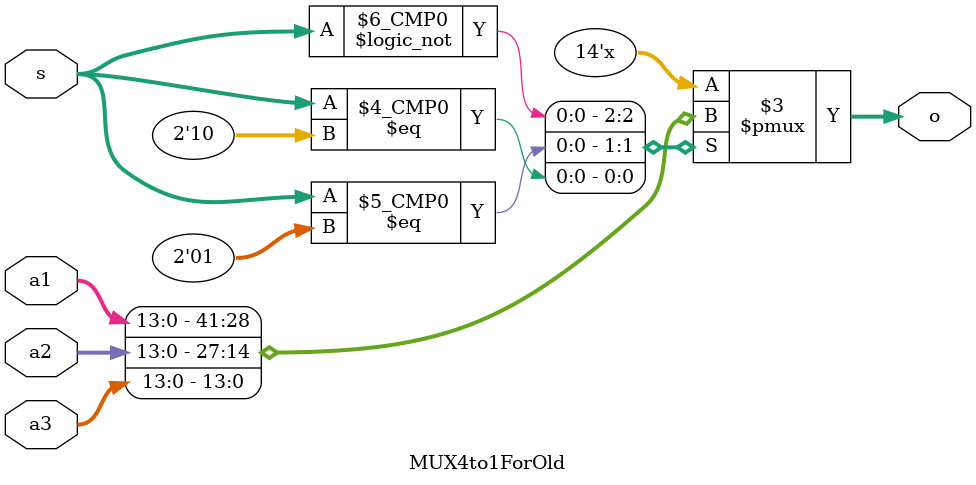
<source format=v>
`timescale 1ns/1ns

module MUX4to1ForOld (a1,a2,a3,s,o); 
              
  input[13:0]
        a1;
  input[13:0]
        a2;
  input[13:0]
        a3;
  input[1:0]
         s;
  
  
  output reg [13:0]
        o;
        
        
    always@(*) begin
      
      case (s)
        
        2'b00: 
          o <= a1;
          
        2'b01:
          o <= a2;
          
        2'b10:
          o <= a3;
          
        2'b11:
          o <= 14'bx;
          
          
      endcase
   end
   
endmodule
        


</source>
